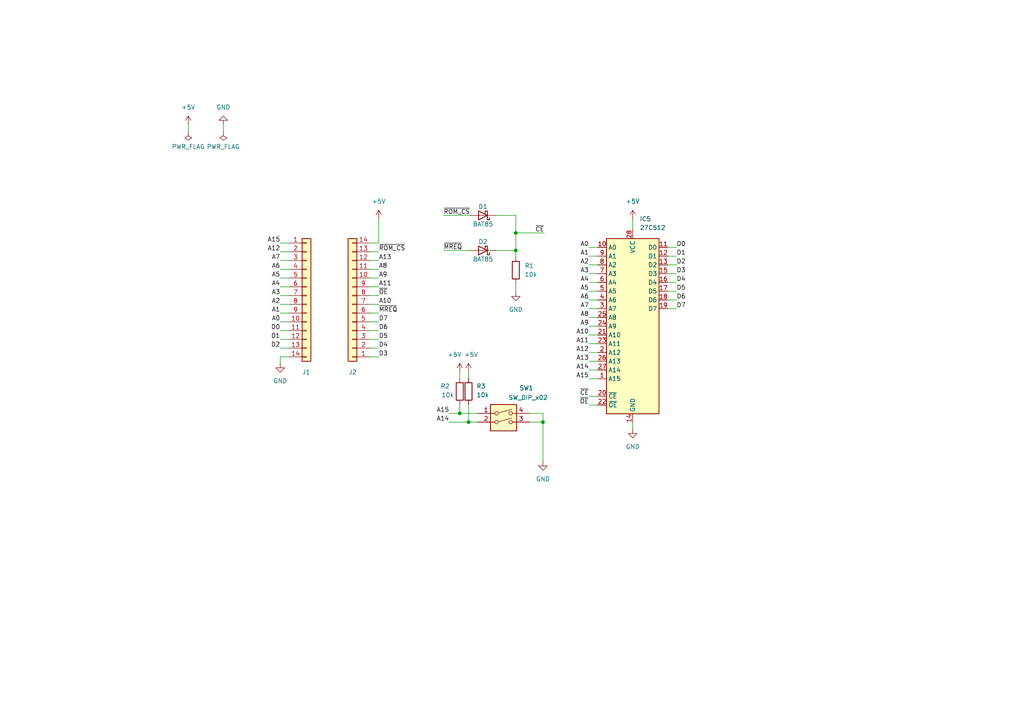
<source format=kicad_sch>
(kicad_sch (version 20211123) (generator eeschema)
  (paper "A4")
  (title_block (title "ZX ROM 4-in-1") (date "2022-12-19") (rev "1.0") (company "Pawel Mandes / devzine.pl") (comment 1 "27C512 EPROM adapter for ZX Spectrum 48K"))
  (lib_symbols
    (symbol "Connector_Generic:Conn_01x14" (pin_names (offset 1.016) hide)
      (property "Reference" "J" (at 0 17.78 0))
      (property "Value" "Conn_01x14" (at 0 -20.32 0))
      (symbol "Conn_01x14_1_1"
        (rectangle (start -1.27 -17.653) (end 0 -17.907) (stroke (width 0.1524)))
        (rectangle (start -1.27 -15.113) (end 0 -15.367) (stroke (width 0.1524)))
        (rectangle (start -1.27 -12.573) (end 0 -12.827) (stroke (width 0.1524)))
        (rectangle (start -1.27 -10.033) (end 0 -10.287) (stroke (width 0.1524)))
        (rectangle (start -1.27 -7.493) (end 0 -7.747) (stroke (width 0.1524)))
        (rectangle (start -1.27 -4.953) (end 0 -5.207) (stroke (width 0.1524)))
        (rectangle (start -1.27 -2.413) (end 0 -2.667) (stroke (width 0.1524)))
        (rectangle (start -1.27 0.127) (end 0 -0.127) (stroke (width 0.1524)))
        (rectangle (start -1.27 2.667) (end 0 2.413) (stroke (width 0.1524)))
        (rectangle (start -1.27 5.207) (end 0 4.953) (stroke (width 0.1524)))
        (rectangle (start -1.27 7.747) (end 0 7.493) (stroke (width 0.1524)))
        (rectangle (start -1.27 10.287) (end 0 10.033) (stroke (width 0.1524)))
        (rectangle (start -1.27 12.827) (end 0 12.573) (stroke (width 0.1524)))
        (rectangle (start -1.27 15.367) (end 0 15.113) (stroke (width 0.1524)))
        (rectangle (start -1.27 16.51) (end 1.27 -19.05) (stroke (width 0.254)) (fill (type background)))
        (pin passive line (at -5.08 15.24 0) (length 3.81) (name "Pin_1") (number "1"))
        (pin passive line (at -5.08 -7.62 0) (length 3.81) (name "Pin_10") (number "10"))
        (pin passive line (at -5.08 -10.16 0) (length 3.81) (name "Pin_11") (number "11"))
        (pin passive line (at -5.08 -12.7 0) (length 3.81) (name "Pin_12") (number "12"))
        (pin passive line (at -5.08 -15.24 0) (length 3.81) (name "Pin_13") (number "13"))
        (pin passive line (at -5.08 -17.78 0) (length 3.81) (name "Pin_14") (number "14"))
        (pin passive line (at -5.08 12.7 0) (length 3.81) (name "Pin_2") (number "2"))
        (pin passive line (at -5.08 10.16 0) (length 3.81) (name "Pin_3") (number "3"))
        (pin passive line (at -5.08 7.62 0) (length 3.81) (name "Pin_4") (number "4"))
        (pin passive line (at -5.08 5.08 0) (length 3.81) (name "Pin_5") (number "5"))
        (pin passive line (at -5.08 2.54 0) (length 3.81) (name "Pin_6") (number "6"))
        (pin passive line (at -5.08 0 0) (length 3.81) (name "Pin_7") (number "7"))
        (pin passive line (at -5.08 -2.54 0) (length 3.81) (name "Pin_8") (number "8"))
        (pin passive line (at -5.08 -5.08 0) (length 3.81) (name "Pin_9") (number "9"))
      )
    )
    (symbol "Device:R" (pin_numbers hide) (pin_names (offset 0))
      (property "Reference" "R" (at 2.032 0 90))
      (property "Value" "R" (at 0 0 90))
      (symbol "R_0_1"
        (rectangle (start -1.016 -2.54) (end 1.016 2.54) (stroke (width 0.254)))
      )
      (symbol "R_1_1"
        (pin passive line (at 0 3.81 270) (length 1.27) (name "~") (number "1"))
        (pin passive line (at 0 -3.81 90) (length 1.27) (name "~") (number "2"))
      )
    )
    (symbol "Diode:BAT85" (pin_numbers hide) (pin_names (offset 1.016) hide)
      (property "Reference" "D" (at 0 2.54 0))
      (property "Value" "BAT85" (at 0 -2.54 0))
      (symbol "BAT85_0_1"
        (polyline (pts (xy 1.27 0) (xy -1.27 0)))
        (polyline (pts (xy 1.27 1.27) (xy 1.27 -1.27) (xy -1.27 0) (xy 1.27 1.27)) (stroke (width 0.254)))
        (polyline (pts (xy -1.905 0.635) (xy -1.905 1.27) (xy -1.27 1.27) (xy -1.27 -1.27) (xy -0.635 -1.27) (xy -0.635 -0.635)) (stroke (width 0.254)))
      )
      (symbol "BAT85_1_1"
        (pin passive line (at -3.81 0 0) (length 2.54) (name "K") (number "1"))
        (pin passive line (at 3.81 0 180) (length 2.54) (name "A") (number "2"))
      )
    )
    (symbol "Memory_EPROM:27C512"
      (property "Reference" "U" (at -7.62 26.67 0))
      (property "Value" "27C512" (at 2.54 -26.67 0))
      (symbol "27C512_1_1"
        (rectangle (start -7.62 25.4) (end 7.62 -25.4) (stroke (width 0.254)) (fill (type background)))
        (pin input line (at -10.16 -15.24 0) (length 2.54) (name "A15") (number "1"))
        (pin input line (at -10.16 22.86 0) (length 2.54) (name "A0") (number "10"))
        (pin tri_state line (at 10.16 22.86 180) (length 2.54) (name "D0") (number "11"))
        (pin tri_state line (at 10.16 20.32 180) (length 2.54) (name "D1") (number "12"))
        (pin tri_state line (at 10.16 17.78 180) (length 2.54) (name "D2") (number "13"))
        (pin power_in line (at 0 -27.94 90) (length 2.54) (name "GND") (number "14"))
        (pin tri_state line (at 10.16 15.24 180) (length 2.54) (name "D3") (number "15"))
        (pin tri_state line (at 10.16 12.7 180) (length 2.54) (name "D4") (number "16"))
        (pin tri_state line (at 10.16 10.16 180) (length 2.54) (name "D5") (number "17"))
        (pin tri_state line (at 10.16 7.62 180) (length 2.54) (name "D6") (number "18"))
        (pin tri_state line (at 10.16 5.08 180) (length 2.54) (name "D7") (number "19"))
        (pin input line (at -10.16 -7.62 0) (length 2.54) (name "A12") (number "2"))
        (pin input line (at -10.16 -20.32 0) (length 2.54) (name "~{CE}") (number "20"))
        (pin input line (at -10.16 -2.54 0) (length 2.54) (name "A10") (number "21"))
        (pin input line (at -10.16 -22.86 0) (length 2.54) (name "~{OE}") (number "22"))
        (pin input line (at -10.16 -5.08 0) (length 2.54) (name "A11") (number "23"))
        (pin input line (at -10.16 0 0) (length 2.54) (name "A9") (number "24"))
        (pin input line (at -10.16 2.54 0) (length 2.54) (name "A8") (number "25"))
        (pin input line (at -10.16 -10.16 0) (length 2.54) (name "A13") (number "26"))
        (pin input line (at -10.16 -12.7 0) (length 2.54) (name "A14") (number "27"))
        (pin power_in line (at 0 27.94 270) (length 2.54) (name "VCC") (number "28"))
        (pin input line (at -10.16 5.08 0) (length 2.54) (name "A7") (number "3"))
        (pin input line (at -10.16 7.62 0) (length 2.54) (name "A6") (number "4"))
        (pin input line (at -10.16 10.16 0) (length 2.54) (name "A5") (number "5"))
        (pin input line (at -10.16 12.7 0) (length 2.54) (name "A4") (number "6"))
        (pin input line (at -10.16 15.24 0) (length 2.54) (name "A3") (number "7"))
        (pin input line (at -10.16 17.78 0) (length 2.54) (name "A2") (number "8"))
        (pin input line (at -10.16 20.32 0) (length 2.54) (name "A1") (number "9"))
      )
    )
    (symbol "Switch:SW_DIP_x02" (pin_names (offset 0) hide)
      (property "Reference" "SW" (at 0 6.35 0))
      (property "Value" "SW_DIP_x02" (at 0 -3.81 0))
      (symbol "SW_DIP_x02_0_0"
        (circle (center -2.032 0) (radius 0.508))
        (circle (center -2.032 2.54) (radius 0.508))
        (polyline (pts (xy -1.524 0.127) (xy 2.3622 1.1684)))
        (polyline (pts (xy -1.524 2.667) (xy 2.3622 3.7084)))
        (circle (center 2.032 0) (radius 0.508))
        (circle (center 2.032 2.54) (radius 0.508))
      )
      (symbol "SW_DIP_x02_0_1"
        (rectangle (start -3.81 5.08) (end 3.81 -2.54) (stroke (width 0.254)) (fill (type background)))
      )
      (symbol "SW_DIP_x02_1_1"
        (pin passive line (at -7.62 2.54 0) (length 5.08) (name "~") (number "1"))
        (pin passive line (at -7.62 0 0) (length 5.08) (name "~") (number "2"))
        (pin passive line (at 7.62 0 180) (length 5.08) (name "~") (number "3"))
        (pin passive line (at 7.62 2.54 180) (length 5.08) (name "~") (number "4"))
      )
    )
    (symbol "power:+5V" (power) (pin_names (offset 0))
      (property "Value" "+5V" (at 0 3.556 0))
      (symbol "+5V_0_1"
        (polyline (pts (xy -0.762 1.27) (xy 0 2.54)))
        (polyline (pts (xy 0 0) (xy 0 2.54)))
        (polyline (pts (xy 0 2.54) (xy 0.762 1.27)))
      )
      (symbol "+5V_1_1"
        (pin power_in line (at 0 0 90) (length 0) hide (name "+5V") (number "1"))
      )
    )
    (symbol "power:GND" (power) (pin_names (offset 0))
      (property "Value" "GND" (at 0 -3.81 0))
      (symbol "GND_0_1"
        (polyline (pts (xy 0 0) (xy 0 -1.27) (xy 1.27 -1.27) (xy 0 -2.54) (xy -1.27 -1.27) (xy 0 -1.27)))
      )
      (symbol "GND_1_1"
        (pin power_in line (at 0 0 270) (length 0) hide (name "GND") (number "1"))
      )
    )
    (symbol "power:PWR_FLAG" (power) (pin_numbers hide) (pin_names (offset 0) hide)
      (property "Value" "PWR_FLAG" (at 0 3.81 0))
      (symbol "PWR_FLAG_0_0"
        (pin power_out line (at 0 0 90) (length 0) (name "pwr") (number "1"))
      )
      (symbol "PWR_FLAG_0_1"
        (polyline (pts (xy 0 0) (xy 0 1.27) (xy -1.016 1.905) (xy 0 2.54) (xy 1.016 1.905) (xy 0 1.27)))
      )
    )
  )
  (junction (at 149.606 67.564))
  (junction (at 149.606 72.644))
  (junction (at 135.89 122.428))
  (junction (at 133.35 119.888))
  (junction (at 157.48 122.428))
  (wire (pts (xy 81.28 95.885) (xy 83.82 95.885)))
  (wire (pts (xy 107.315 100.965) (xy 109.855 100.965)))
  (wire (pts (xy 81.28 100.965) (xy 83.82 100.965)))
  (wire (pts (xy 170.815 81.915) (xy 173.355 81.915)))
  (wire (pts (xy 107.315 73.025) (xy 109.855 73.025)))
  (wire (pts (xy 149.606 72.644) (xy 149.606 74.549)))
  (wire (pts (xy 170.815 79.375) (xy 173.355 79.375)))
  (wire (pts (xy 170.815 102.235) (xy 173.355 102.235)))
  (wire (pts (xy 183.515 63.5) (xy 183.515 66.675)))
  (wire (pts (xy 170.815 107.315) (xy 173.355 107.315)))
  (wire (pts (xy 54.61 36.195) (xy 54.61 38.1)))
  (wire (pts (xy 135.89 107.95) (xy 135.89 109.728)))
  (wire (pts (xy 153.67 119.888) (xy 157.48 119.888)))
  (wire (pts (xy 170.815 84.455) (xy 173.355 84.455)))
  (wire (pts (xy 157.48 119.888) (xy 157.48 122.428)))
  (wire (pts (xy 81.28 90.805) (xy 83.82 90.805)))
  (wire (pts (xy 81.28 75.565) (xy 83.82 75.565)))
  (wire (pts (xy 149.606 62.484) (xy 149.606 67.564)))
  (wire (pts (xy 81.28 98.425) (xy 83.82 98.425)))
  (wire (pts (xy 135.89 117.348) (xy 135.89 122.428)))
  (wire (pts (xy 81.28 103.505) (xy 81.28 105.41)))
  (wire (pts (xy 170.815 71.755) (xy 173.355 71.755)))
  (wire (pts (xy 81.28 70.485) (xy 83.82 70.485)))
  (wire (pts (xy 107.315 88.265) (xy 109.855 88.265)))
  (wire (pts (xy 193.675 74.295) (xy 196.215 74.295)))
  (wire (pts (xy 81.28 83.185) (xy 83.82 83.185)))
  (wire (pts (xy 153.67 122.428) (xy 157.48 122.428)))
  (wire (pts (xy 170.815 117.475) (xy 173.355 117.475)))
  (wire (pts (xy 149.606 82.169) (xy 149.606 84.709)))
  (wire (pts (xy 170.815 109.855) (xy 173.355 109.855)))
  (wire (pts (xy 170.815 114.935) (xy 173.355 114.935)))
  (wire (pts (xy 133.35 119.888) (xy 138.43 119.888)))
  (wire (pts (xy 107.315 95.885) (xy 109.855 95.885)))
  (wire (pts (xy 170.815 86.995) (xy 173.355 86.995)))
  (wire (pts (xy 107.315 80.645) (xy 109.855 80.645)))
  (wire (pts (xy 81.28 93.345) (xy 83.82 93.345)))
  (wire (pts (xy 107.315 98.425) (xy 109.855 98.425)))
  (wire (pts (xy 107.315 93.345) (xy 109.855 93.345)))
  (wire (pts (xy 193.675 84.455) (xy 196.215 84.455)))
  (wire (pts (xy 170.815 94.615) (xy 173.355 94.615)))
  (wire (pts (xy 128.651 62.484) (xy 136.271 62.484)))
  (wire (pts (xy 107.315 103.505) (xy 109.855 103.505)))
  (wire (pts (xy 157.48 122.428) (xy 157.48 133.858)))
  (wire (pts (xy 170.815 76.835) (xy 173.355 76.835)))
  (wire (pts (xy 109.855 63.5) (xy 109.855 70.485)))
  (wire (pts (xy 143.891 62.484) (xy 149.606 62.484)))
  (wire (pts (xy 109.855 70.485) (xy 107.315 70.485)))
  (wire (pts (xy 64.77 38.1) (xy 64.77 36.195)))
  (wire (pts (xy 133.35 107.95) (xy 133.35 109.728)))
  (wire (pts (xy 81.28 80.645) (xy 83.82 80.645)))
  (wire (pts (xy 170.815 104.775) (xy 173.355 104.775)))
  (wire (pts (xy 135.89 122.428) (xy 138.43 122.428)))
  (wire (pts (xy 130.175 122.428) (xy 135.89 122.428)))
  (wire (pts (xy 149.606 67.564) (xy 157.861 67.564)))
  (wire (pts (xy 193.675 81.915) (xy 196.215 81.915)))
  (wire (pts (xy 81.28 78.105) (xy 83.82 78.105)))
  (wire (pts (xy 193.675 86.995) (xy 196.215 86.995)))
  (wire (pts (xy 81.28 73.025) (xy 83.82 73.025)))
  (wire (pts (xy 193.675 79.375) (xy 196.215 79.375)))
  (wire (pts (xy 107.315 90.805) (xy 109.855 90.805)))
  (wire (pts (xy 193.675 71.755) (xy 196.215 71.755)))
  (wire (pts (xy 107.315 85.725) (xy 109.855 85.725)))
  (wire (pts (xy 81.28 88.265) (xy 83.82 88.265)))
  (wire (pts (xy 107.315 75.565) (xy 109.855 75.565)))
  (wire (pts (xy 107.315 78.105) (xy 109.855 78.105)))
  (wire (pts (xy 183.515 122.555) (xy 183.515 124.46)))
  (wire (pts (xy 149.606 67.564) (xy 149.606 72.644)))
  (wire (pts (xy 193.675 89.535) (xy 196.215 89.535)))
  (wire (pts (xy 170.815 89.535) (xy 173.355 89.535)))
  (wire (pts (xy 107.315 83.185) (xy 109.855 83.185)))
  (wire (pts (xy 170.815 99.695) (xy 173.355 99.695)))
  (wire (pts (xy 81.28 85.725) (xy 83.82 85.725)))
  (wire (pts (xy 130.175 119.888) (xy 133.35 119.888)))
  (wire (pts (xy 143.891 72.644) (xy 149.606 72.644)))
  (wire (pts (xy 170.815 92.075) (xy 173.355 92.075)))
  (wire (pts (xy 170.815 74.295) (xy 173.355 74.295)))
  (wire (pts (xy 170.815 97.155) (xy 173.355 97.155)))
  (wire (pts (xy 193.675 76.835) (xy 196.215 76.835)))
  (wire (pts (xy 128.651 72.644) (xy 136.271 72.644)))
  (wire (pts (xy 81.28 103.505) (xy 83.82 103.505)))
  (wire (pts (xy 133.35 117.348) (xy 133.35 119.888)))
  (label "D5" (at 196.215 84.455 0))
  (label "~{OE}" (at 170.815 117.475 180))
  (label "D6" (at 109.855 95.885 0))
  (label "D7" (at 196.215 89.535 0))
  (label "A2" (at 170.815 76.835 180))
  (label "D4" (at 109.855 100.965 0))
  (label "~{CE}" (at 170.815 114.935 180))
  (label "A10" (at 170.815 97.155 180))
  (label "A12" (at 170.815 102.235 180))
  (label "A15" (at 81.28 70.485 180))
  (label "D7" (at 109.855 93.345 0))
  (label "D0" (at 196.215 71.755 0))
  (label "A5" (at 81.28 80.645 180))
  (label "~{ROM_CS}" (at 109.855 73.025 0))
  (label "A4" (at 81.28 83.185 180))
  (label "A3" (at 170.815 79.375 180))
  (label "~{CE}" (at 157.861 67.564 180))
  (label "A14" (at 170.815 107.315 180))
  (label "~{MREQ}" (at 109.855 90.805 0))
  (label "D0" (at 81.28 95.885 180))
  (label "A0" (at 170.815 71.755 180))
  (label "A8" (at 170.815 92.075 180))
  (label "A9" (at 109.855 80.645 0))
  (label "D4" (at 196.215 81.915 0))
  (label "A1" (at 170.815 74.295 180))
  (label "~{ROM_CS}" (at 128.651 62.484 0))
  (label "A10" (at 109.855 88.265 0))
  (label "A11" (at 170.815 99.695 180))
  (label "A15" (at 170.815 109.855 180))
  (label "D3" (at 109.855 103.505 0))
  (label "A6" (at 170.815 86.995 180))
  (label "A0" (at 81.28 93.345 180))
  (label "~{OE}" (at 109.855 85.725 0))
  (label "D1" (at 81.28 98.425 180))
  (label "A14" (at 130.302 122.428 180))
  (label "A3" (at 81.28 85.725 180))
  (label "~{MREQ}" (at 128.651 72.644 0))
  (label "D3" (at 196.215 79.375 0))
  (label "A6" (at 81.28 78.105 180))
  (label "D5" (at 109.855 98.425 0))
  (label "A12" (at 81.28 73.025 180))
  (label "A7" (at 170.815 89.535 180))
  (label "A11" (at 109.855 83.185 0))
  (label "A8" (at 109.855 78.105 0))
  (label "A4" (at 170.815 81.915 180))
  (label "A9" (at 170.815 94.615 180))
  (label "D2" (at 81.28 100.965 180))
  (label "A5" (at 170.815 84.455 180))
  (label "A15" (at 130.302 119.888 180))
  (label "A2" (at 81.28 88.265 180))
  (label "D2" (at 196.215 76.835 0))
  (label "A13" (at 109.855 75.565 0))
  (label "D1" (at 196.215 74.295 0))
  (label "A13" (at 170.815 104.775 180))
  (label "A1" (at 81.28 90.805 180))
  (label "A7" (at 81.28 75.565 180))
  (label "D6" (at 196.215 86.995 0))
  (symbol (lib_id "power:PWR_FLAG") (at 54.61 38.1 180) (unit 1)
    (property "Reference" "#FLG0101" (effects hide))
    (property "Value" "PWR_FLAG" (at 54.61 42.545 0))
  )
  (symbol (lib_id "Device:R") (at 135.89 113.538 0) (unit 1)
    (property "Reference" "R3" (at 138.176 112.014 0) (effects (justify left)))
    (property "Value" "10k" (at 138.176 114.554 0) (effects (justify left)))
    (property "Footprint" "Resistor_THT:R_Axial_DIN0207_L6.3mm_D2.5mm_P7.62mm_Horizontal" (effects hide))
  )
  (symbol (lib_id "power:PWR_FLAG") (at 64.77 38.1 180) (unit 1)
    (property "Reference" "#FLG0102" (effects hide))
    (property "Value" "PWR_FLAG" (at 64.77 42.545 0))
  )
  (symbol (lib_id "Device:R") (at 133.35 113.538 0) (unit 1)
    (property "Reference" "R2" (at 127.762 112.014 0) (effects (justify left)))
    (property "Value" "10k" (at 128.016 114.554 0) (effects (justify left)))
    (property "Footprint" "Resistor_THT:R_Axial_DIN0207_L6.3mm_D2.5mm_P7.62mm_Horizontal" (effects hide))
  )
  (symbol (lib_id "power:GND") (at 157.48 133.858 0) (unit 1)
    (property "Reference" "#PWR0109" (effects hide))
    (property "Value" "GND" (at 157.48 138.938 0))
  )
  (symbol (lib_id "Device:R") (at 149.606 78.359 0) (unit 1)
    (property "Reference" "R1" (at 152.146 77.0889 0) (effects (justify left)))
    (property "Value" "10k" (at 152.146 79.6289 0) (effects (justify left)))
    (property "Footprint" "Resistor_THT:R_Axial_DIN0207_L6.3mm_D2.5mm_P7.62mm_Horizontal" (effects hide))
  )
  (symbol (lib_id "power:GND") (at 64.77 36.195 180) (unit 1)
    (property "Reference" "#PWR0111" (effects hide))
    (property "Value" "GND" (at 64.77 31.115 0))
  )
  (symbol (lib_id "power:+5V") (at 133.35 107.95 0) (unit 1)
    (property "Reference" "#PWR0113" (effects hide))
    (property "Value" "+5V" (at 131.826 102.87 0))
  )
  (symbol (lib_id "power:+5V") (at 135.89 107.95 0) (unit 1)
    (property "Reference" "#PWR0114" (effects hide))
    (property "Value" "+5V" (at 136.652 102.87 0))
  )
  (symbol (lib_id "Diode:BAT85") (at 140.081 72.644 180) (unit 1)
    (property "Reference" "D2" (at 140.081 70.104 0))
    (property "Value" "BAT85" (at 140.081 75.184 0))
    (property "Footprint" "Diode_THT:D_DO-35_SOD27_P7.62mm_Horizontal" (effects hide))
    (property "Datasheet" "https://assets.nexperia.com/documents/data-sheet/BAT85.pdf" (effects hide))
  )
  (symbol (lib_id "power:GND") (at 183.515 124.46 0) (unit 1)
    (property "Reference" "#PWR0102" (effects hide))
    (property "Value" "GND" (at 183.515 129.54 0))
  )
  (symbol (lib_id "power:+5V") (at 109.855 63.5 0) (unit 1)
    (property "Reference" "#PWR0104" (effects hide))
    (property "Value" "+5V" (at 109.855 58.42 0))
  )
  (symbol (lib_id "Diode:BAT85") (at 140.081 62.484 180) (unit 1)
    (property "Reference" "D1" (at 140.081 59.944 0))
    (property "Value" "BAT85" (at 140.081 65.024 0))
    (property "Footprint" "Diode_THT:D_DO-35_SOD27_P7.62mm_Horizontal" (effects hide))
    (property "Datasheet" "https://assets.nexperia.com/documents/data-sheet/BAT85.pdf" (effects hide))
  )
  (symbol (lib_id "Memory_EPROM:27C512") (at 183.515 94.615 0) (unit 1)
    (property "Reference" "IC5" (at 185.5344 63.5 0) (effects (justify left)))
    (property "Value" "27C512" (at 185.5344 66.04 0) (effects (justify left)))
    (property "Footprint" "Package_DIP:DIP-28_W15.24mm" (effects hide))
    (property "Datasheet" "http://ww1.microchip.com/downloads/en/DeviceDoc/doc0015.pdf" (effects hide))
  )
  (symbol (lib_id "Connector_Generic:Conn_01x14") (at 102.235 88.265 180) (unit 1)
    (property "Reference" "J2" (at 103.505 107.95 0) (effects (justify left)))
    (property "Value" "Conn_01x14" (effects hide))
    (property "Footprint" "Connector_PinHeader_2.54mm:PinHeader_1x14_P2.54mm_Vertical" (effects hide))
  )
  (symbol (lib_id "Connector_Generic:Conn_01x14") (at 88.9 85.725 0) (unit 1)
    (property "Reference" "J1" (at 87.63 107.95 0) (effects (justify left)))
    (property "Value" "Conn_01x14" (effects hide))
    (property "Footprint" "Connector_PinHeader_2.54mm:PinHeader_1x14_P2.54mm_Vertical" (effects hide))
  )
  (symbol (lib_id "power:GND") (at 149.606 84.709 0) (unit 1)
    (property "Reference" "#PWR0112" (effects hide))
    (property "Value" "GND" (at 149.606 89.789 0))
  )
  (symbol (lib_id "power:+5V") (at 54.61 36.195 0) (unit 1)
    (property "Reference" "#PWR0110" (effects hide))
    (property "Value" "+5V" (at 54.61 31.115 0))
  )
  (symbol (lib_id "power:+5V") (at 183.515 63.5 0) (unit 1)
    (property "Reference" "#PWR0101" (effects hide))
    (property "Value" "+5V" (at 183.515 58.42 0))
  )
  (symbol (lib_id "Switch:SW_DIP_x02") (at 146.05 122.428 0) (unit 1)
    (property "Reference" "SW1" (at 152.654 112.522 0))
    (property "Value" "SW_DIP_x02" (at 153.162 115.316 0))
    (property "Footprint" "Button_Switch_THT:SW_DIP_SPSTx02_Slide_9.78x7.26mm_W7.62mm_P2.54mm" (effects hide))
  )
  (symbol (lib_id "power:GND") (at 81.28 105.41 0) (unit 1)
    (property "Reference" "#PWR0103" (effects hide))
    (property "Value" "GND" (at 81.28 110.49 0))
  )
)
</source>
